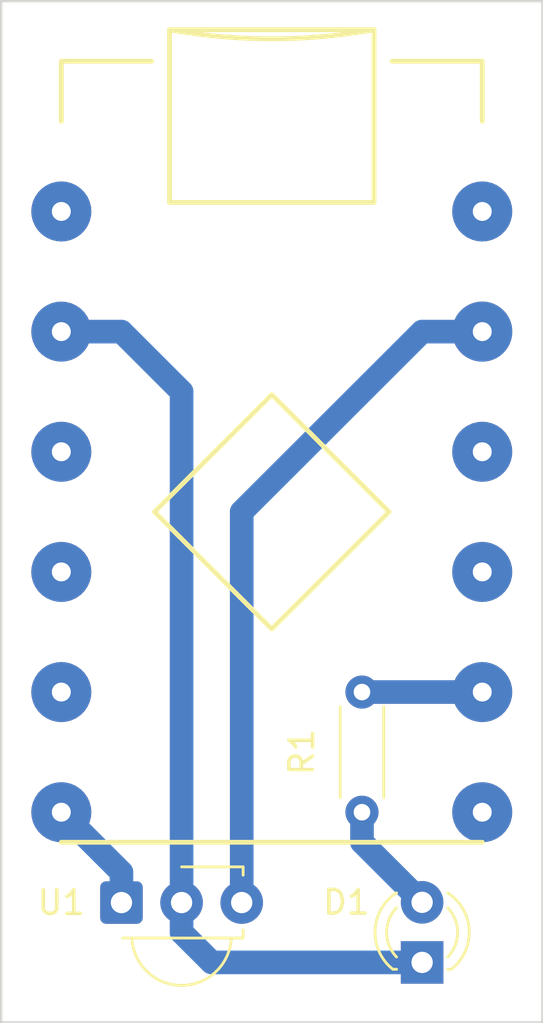
<source format=kicad_pcb>
(kicad_pcb (version 20241229) (generator "pcbnew") (generator_version "9.0")
  (layers (0 "F.Cu" signal) (2 "B.Cu" signal) (13 "F.Paste" user) (15 "B.Paste" user) (5 "F.SilkS" user "F.Silkscreen") (7 "B.SilkS" user "B.Silkscreen") (1 "F.Mask" user) (3 "B.Mask" user) (25 "Edge.Cuts" user))
  (net 0 "")
  (net 1 "GND")
  (net 2 "Net-(D1-A)")
  (net 3 "Net-(U1-OUT)")
  (net 4 "+5V")
  (net 11 "Net-(U2-D14)")
  (footprint "PCM_SparkFun-Board:ProMicroC" (layer "F.Cu") (at 151.13 93.98)
    (property "Reference" "U2")
    (property "Value" "ProMicroC")
    (fp_line (start -8.89 -16.51) (end -8.89 -13.97) (stroke (width 0.2032)) (layer "F.SilkS"))
    (fp_line (start -5.08 -16.51) (end -8.89 -16.51) (stroke (width 0.2032)) (layer "F.SilkS"))
    (fp_line (start -4.953 2.54) (end 0 7.493) (stroke (width 0.2032)) (layer "F.SilkS"))
    (fp_line (start -4.318 -17.8435) (end 4.318 -17.8435) (stroke (width 0.2032)) (layer "F.SilkS"))
    (fp_line (start -4.318 -10.541) (end -4.318 -17.8435) (stroke (width 0.2032)) (layer "F.SilkS"))
    (fp_line (start 0 -2.413) (end -4.953 2.54) (stroke (width 0.2032)) (layer "F.SilkS"))
    (fp_line (start 0 7.493) (end 4.953 2.54) (stroke (width 0.2032)) (layer "F.SilkS"))
    (fp_line (start 4.318 -17.8435) (end 4.318 -10.541) (stroke (width 0.2032)) (layer "F.SilkS"))
    (fp_line (start 4.318 -10.541) (end -4.318 -10.541) (stroke (width 0.2032)) (layer "F.SilkS"))
    (fp_line (start 4.953 2.54) (end 0 -2.413) (stroke (width 0.2032)) (layer "F.SilkS"))
    (fp_line (start 5.08 -16.51) (end 8.89 -16.51) (stroke (width 0.2032)) (layer "F.SilkS"))
    (fp_line (start 8.89 -16.51) (end 8.89 -13.97) (stroke (width 0.2032)) (layer "F.SilkS"))
    (fp_line (start 8.89 16.51) (end -8.89 16.51) (stroke (width 0.2032)) (layer "F.SilkS"))
    (fp_arc (start 4.318 -17.8435) (mid 0 -17.460445) (end -4.318 -17.8435) (stroke (width 0.2032)) (layer "F.SilkS"))
    (pad "2" thru_hole roundrect (at -8.89 -10.16) (size 2.54 2.54) (drill 0.8) (layers "*.Cu" "*.Mask") (roundrect_rratio 0.5))
    (pad "4" thru_hole roundrect (at -8.89 -5.08) (size 2.54 2.54) (drill 0.8) (layers "*.Cu" "*.Mask") (roundrect_rratio 0.5) (net 1 "GND"))
    (pad "6" thru_hole roundrect (at -8.89 0) (size 2.54 2.54) (drill 0.8) (layers "*.Cu" "*.Mask") (roundrect_rratio 0.5))
    (pad "8" thru_hole roundrect (at -8.89 5.08) (size 2.54 2.54) (drill 0.8) (layers "*.Cu" "*.Mask") (roundrect_rratio 0.5))
    (pad "10" thru_hole roundrect (at -8.89 10.16) (size 2.54 2.54) (drill 0.8) (layers "*.Cu" "*.Mask") (roundrect_rratio 0.5))
    (pad "12" thru_hole roundrect (at -8.89 15.24) (size 2.54 2.54) (drill 0.8) (layers "*.Cu" "*.Mask") (roundrect_rratio 0.5) (net 3 "Net-(U1-OUT)"))
    (pad "13" thru_hole roundrect (at 8.89 15.24) (size 2.54 2.54) (drill 0.8) (layers "*.Cu" "*.Mask") (roundrect_rratio 0.5))
    (pad "15" thru_hole roundrect (at 8.89 10.16) (size 2.54 2.54) (drill 0.8) (layers "*.Cu" "*.Mask") (roundrect_rratio 0.5) (net 11 "Net-(U2-D14)"))
    (pad "17" thru_hole roundrect (at 8.89 5.08) (size 2.54 2.54) (drill 0.8) (layers "*.Cu" "*.Mask") (roundrect_rratio 0.5))
    (pad "19" thru_hole roundrect (at 8.89 0) (size 2.54 2.54) (drill 0.8) (layers "*.Cu" "*.Mask") (roundrect_rratio 0.5))
    (pad "21" thru_hole oval (at 8.89 -5.08) (size 2.54 2.54) (drill 0.8) (layers "*.Cu" "*.Mask") (net 4 "+5V"))
    (pad "23" thru_hole roundrect (at 8.89 -10.16) (size 2.54 2.54) (drill 0.8) (layers "*.Cu" "*.Mask") (roundrect_rratio 0.5) (net 1 "GND"))
  )
  (footprint "OptoDevice:Vishay_MINICAST-3Pin" (layer "F.Cu") (at 144.78 113.04)
    (property "Reference" "U1" (at -2.54 0 0) (layer "F.SilkS"))
    (property "Value" "VS1838B")
    (fp_line (start 5.14 -1.51) (end 2.54 -1.51) (stroke (width 0.12)) (layer "F.SilkS"))
    (fp_line (start 5.14 -1.16) (end 5.14 -1.51) (stroke (width 0.12)) (layer "F.SilkS"))
    (fp_line (start 5.14 1.16) (end 5.14 1.5) (stroke (width 0.12)) (layer "F.SilkS"))
    (fp_line (start 5.14 1.5) (end 0.05 1.5) (stroke (width 0.12)) (layer "F.SilkS"))
    (fp_arc (start 4.64 1.5) (mid 2.540869 3.502379) (end 0.440083 1.501736) (stroke (width 0.12)) (layer "F.SilkS"))
    (pad "1" thru_hole roundrect (at 0 0) (size 1.8 1.8) (drill 0.9) (layers "*.Cu" "*.Mask") (roundrect_rratio 0.139))
    (pad "2" thru_hole circle (at 2.54 0) (size 1.8 1.8) (drill 0.9) (layers "*.Cu" "*.Mask"))
    (pad "3" thru_hole circle (at 5.08 0) (size 1.8 1.8) (drill 0.9) (layers "*.Cu" "*.Mask"))
  )
  (footprint "LED_THT:LED_D3.0mm" (layer "F.Cu") (at 157.48 115.57 90)
    (property "Reference" "D1" (at 2.54 -3.2 0) (layer "F.SilkS"))
    (property "Value" "LED")
    (fp_line (start -0.29 -1.236) (end -0.29 -1.08) (stroke (width 0.12)) (layer "F.SilkS"))
    (fp_line (start -0.29 1.08) (end -0.29 1.236) (stroke (width 0.12)) (layer "F.SilkS"))
    (fp_arc (start -0.29 -1.235516) (mid 1.36566 -1.987699) (end 2.941437 -1.08) (stroke (width 0.12)) (layer "F.SilkS"))
    (fp_arc (start 0.229039 -1.08) (mid 1.27 -1.5) (end 2.310961 -1.08) (stroke (width 0.12)) (layer "F.SilkS"))
    (fp_arc (start 2.941437 1.08) (mid 1.36566 1.987699) (end -0.29 1.235516) (stroke (width 0.12)) (layer "F.SilkS"))
    (fp_arc (start 2.310961 1.08) (mid 1.27 1.5) (end 0.229039 1.08) (stroke (width 0.12)) (layer "F.SilkS"))
    (pad "1" thru_hole rect (at 0 0 90) (size 1.8 1.8) (drill 0.9) (layers "*.Cu" "*.Mask") (net 1 "GND"))
    (pad "2" thru_hole circle (at 2.54 0 90) (size 1.8 1.8) (drill 0.9) (layers "*.Cu" "*.Mask") (net 2 "Net-(D1-A)"))
  )
  (footprint "Resistor_THT:R_Axial_DIN0204_L3.6mm_D1.6mm_P5.08mm_Horizontal" (layer "F.Cu") (at 154.94 109.22 90)
    (property "Reference" "R1" (at 2.54 -2.54 90) (layer "F.SilkS"))
    (property "Value" "1K")
    (fp_line (start 0.62 -0.92) (end 4.46 -0.92) (stroke (width 0.12)) (layer "F.SilkS"))
    (fp_line (start 0.62 0.92) (end 4.46 0.92) (stroke (width 0.12)) (layer "F.SilkS"))
    (pad "1" thru_hole circle (at 0 0 90) (size 1.4 1.4) (drill 0.7) (layers "*.Cu" "*.Mask") (net 2 "Net-(D1-A)"))
    (pad "2" thru_hole circle (at 5.08 0 90) (size 1.4 1.4) (drill 0.7) (layers "*.Cu" "*.Mask") (net 11 "Net-(U2-D14)"))
  )
  (gr_line (start 139.7 118.11) (end 162.56 118.11) (stroke (width 0.1)) (layer "Edge.Cuts"))
  (gr_line (start 139.7 74.93) (end 139.7 118.11) (stroke (width 0.1)) (layer "Edge.Cuts"))
  (gr_line (start 162.56 118.11) (end 162.56 74.93) (stroke (width 0.1)) (layer "Edge.Cuts"))
  (gr_line (start 162.56 74.93) (end 139.7 74.93) (stroke (width 0.1)) (layer "Edge.Cuts"))
  (segment (start 147.32 113.03) (end 147.32 91.44) (width 1) (layer "B.Cu") (net 1))
  (segment (start 148.59 115.57) (end 147.32 114.3) (width 1) (layer "B.Cu") (net 1))
  (segment (start 157.48 115.57) (end 148.59 115.57) (width 1) (layer "B.Cu") (net 1))
  (segment (start 144.78 88.9) (end 142.24 88.9) (width 1) (layer "B.Cu") (net 1))
  (segment (start 147.32 91.44) (end 144.78 88.9) (width 1) (layer "B.Cu") (net 1))
  (segment (start 147.32 114.3) (end 147.32 113.03) (width 1) (layer "B.Cu") (net 1))
  (segment (start 154.94 110.49) (end 157.48 113.03) (width 1) (layer "B.Cu") (net 2))
  (segment (start 154.94 109.22) (end 154.94 110.49) (width 1) (layer "B.Cu") (net 2))
  (segment (start 144.78 113.03) (end 144.78 111.76) (width 1) (layer "B.Cu") (net 3))
  (segment (start 144.78 111.76) (end 142.24 109.22) (width 1) (layer "B.Cu") (net 3))
  (segment (start 149.86 113.04) (end 149.86 96.52) (width 1) (layer "B.Cu") (net 4))
  (segment (start 157.48 88.9) (end 160.02 88.9) (width 1) (layer "B.Cu") (net 4))
  (segment (start 149.86 96.52) (end 157.48 88.9) (width 1) (layer "B.Cu") (net 4))
  (segment (start 154.94 104.14) (end 160.02 104.14) (width 1) (layer "B.Cu") (net 11))
)
</source>
